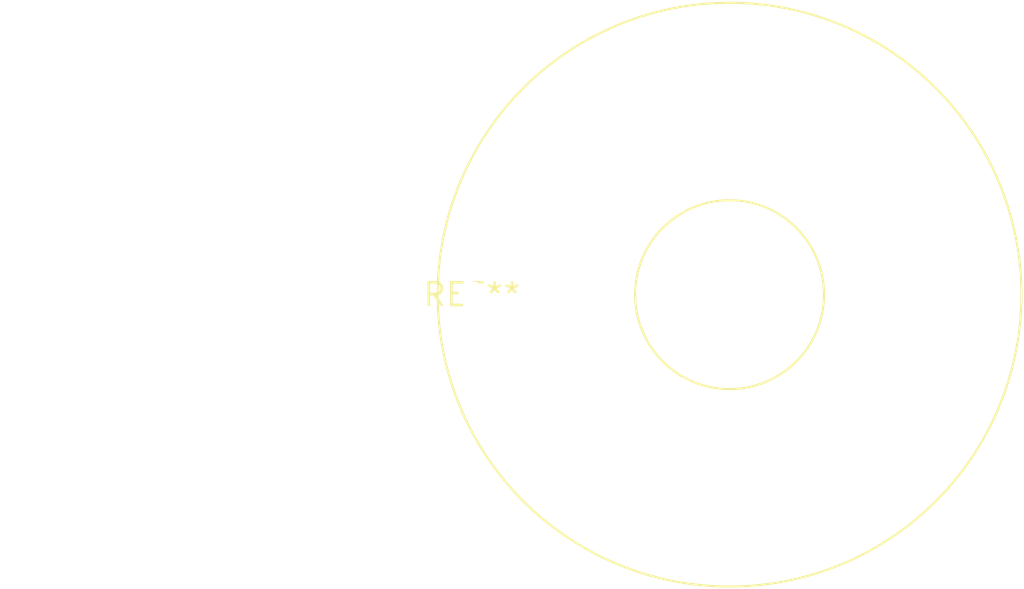
<source format=kicad_pcb>
(kicad_pcb (version 20240108) (generator pcbnew)
  (layers (0 "F.Cu" signal) (31 "B.Cu" signal) (34 "B.Paste" user) (35 "F.Paste" user) (36 "B.SilkS" user "B.Silkscreen") (37 "F.SilkS" user "F.Silkscreen") (38 "B.Mask" user) (39 "F.Mask" user) (44 "Edge.Cuts" user))
  (net 0 "")
  (footprint "L_Toroid_Horizontal_D32.5mm_P28.90mm_Bourns_2300" (layer "F.Cu") (at 0 0)
    (property "Reference" "REF**")
    (property "Value" "L_Toroid_Horizontal_D32.5mm_P28.90mm_Bourns_2300")
    (fp_circle (center 14.45 0) (end 19.746667 0) (layer "F.SilkS") (stroke (width 0.12)) (fill none))
    (fp_circle (center 14.45 0) (end 30.82 0) (layer "F.SilkS") (stroke (width 0.12)) (fill none))
    (pad "1" thru_hole circle (at 0 0) (size 3 3) (drill 1.5) (layers *.Cu *.Mask) (remove_unused_layers))
    (pad "2" thru_hole circle (at 28.9 0) (size 3 3) (drill 1.5) (layers *.Cu *.Mask) (remove_unused_layers))
  )
)
</source>
